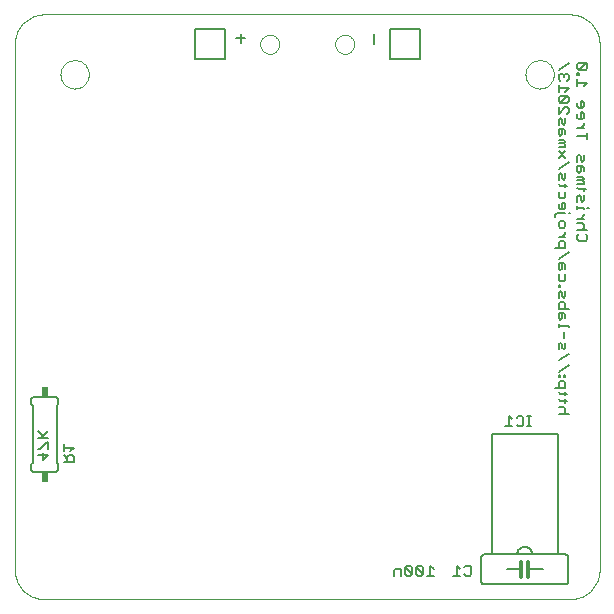
<source format=gbo>
G75*
G70*
%OFA0B0*%
%FSLAX24Y24*%
%IPPOS*%
%LPD*%
%AMOC8*
5,1,8,0,0,1.08239X$1,22.5*
%
%ADD10C,0.0000*%
%ADD11C,0.0060*%
%ADD12R,0.0240X0.0340*%
%ADD13C,0.0120*%
%ADD14C,0.0080*%
D10*
X000655Y001655D02*
X000655Y019155D01*
X000657Y019215D01*
X000662Y019276D01*
X000671Y019335D01*
X000684Y019394D01*
X000700Y019453D01*
X000720Y019510D01*
X000743Y019565D01*
X000770Y019620D01*
X000799Y019672D01*
X000832Y019723D01*
X000868Y019772D01*
X000906Y019818D01*
X000948Y019862D01*
X000992Y019904D01*
X001038Y019942D01*
X001087Y019978D01*
X001138Y020011D01*
X001190Y020040D01*
X001245Y020067D01*
X001300Y020090D01*
X001357Y020110D01*
X001416Y020126D01*
X001475Y020139D01*
X001534Y020148D01*
X001595Y020153D01*
X001655Y020155D01*
X019155Y020155D01*
X019215Y020153D01*
X019276Y020148D01*
X019335Y020139D01*
X019394Y020126D01*
X019453Y020110D01*
X019510Y020090D01*
X019565Y020067D01*
X019620Y020040D01*
X019672Y020011D01*
X019723Y019978D01*
X019772Y019942D01*
X019818Y019904D01*
X019862Y019862D01*
X019904Y019818D01*
X019942Y019772D01*
X019978Y019723D01*
X020011Y019672D01*
X020040Y019620D01*
X020067Y019565D01*
X020090Y019510D01*
X020110Y019453D01*
X020126Y019394D01*
X020139Y019335D01*
X020148Y019276D01*
X020153Y019215D01*
X020155Y019155D01*
X020155Y001655D01*
X020153Y001595D01*
X020148Y001534D01*
X020139Y001475D01*
X020126Y001416D01*
X020110Y001357D01*
X020090Y001300D01*
X020067Y001245D01*
X020040Y001190D01*
X020011Y001138D01*
X019978Y001087D01*
X019942Y001038D01*
X019904Y000992D01*
X019862Y000948D01*
X019818Y000906D01*
X019772Y000868D01*
X019723Y000832D01*
X019672Y000799D01*
X019620Y000770D01*
X019565Y000743D01*
X019510Y000720D01*
X019453Y000700D01*
X019394Y000684D01*
X019335Y000671D01*
X019276Y000662D01*
X019215Y000657D01*
X019155Y000655D01*
X001655Y000655D01*
X001595Y000657D01*
X001534Y000662D01*
X001475Y000671D01*
X001416Y000684D01*
X001357Y000700D01*
X001300Y000720D01*
X001245Y000743D01*
X001190Y000770D01*
X001138Y000799D01*
X001087Y000832D01*
X001038Y000868D01*
X000992Y000906D01*
X000948Y000948D01*
X000906Y000992D01*
X000868Y001038D01*
X000832Y001087D01*
X000799Y001138D01*
X000770Y001190D01*
X000743Y001245D01*
X000720Y001300D01*
X000700Y001357D01*
X000684Y001416D01*
X000671Y001475D01*
X000662Y001534D01*
X000657Y001595D01*
X000655Y001655D01*
X002183Y018155D02*
X002185Y018198D01*
X002191Y018240D01*
X002201Y018282D01*
X002214Y018323D01*
X002231Y018363D01*
X002252Y018400D01*
X002276Y018436D01*
X002303Y018469D01*
X002333Y018500D01*
X002366Y018528D01*
X002401Y018553D01*
X002438Y018574D01*
X002477Y018592D01*
X002517Y018606D01*
X002559Y018617D01*
X002601Y018624D01*
X002644Y018627D01*
X002687Y018626D01*
X002730Y018621D01*
X002772Y018612D01*
X002813Y018600D01*
X002853Y018584D01*
X002891Y018564D01*
X002927Y018541D01*
X002961Y018514D01*
X002993Y018485D01*
X003021Y018453D01*
X003047Y018418D01*
X003069Y018382D01*
X003088Y018343D01*
X003103Y018303D01*
X003115Y018262D01*
X003123Y018219D01*
X003127Y018176D01*
X003127Y018134D01*
X003123Y018091D01*
X003115Y018048D01*
X003103Y018007D01*
X003088Y017967D01*
X003069Y017928D01*
X003047Y017892D01*
X003021Y017857D01*
X002993Y017825D01*
X002961Y017796D01*
X002927Y017769D01*
X002891Y017746D01*
X002853Y017726D01*
X002813Y017710D01*
X002772Y017698D01*
X002730Y017689D01*
X002687Y017684D01*
X002644Y017683D01*
X002601Y017686D01*
X002559Y017693D01*
X002517Y017704D01*
X002477Y017718D01*
X002438Y017736D01*
X002401Y017757D01*
X002366Y017782D01*
X002333Y017810D01*
X002303Y017841D01*
X002276Y017874D01*
X002252Y017910D01*
X002231Y017947D01*
X002214Y017987D01*
X002201Y018028D01*
X002191Y018070D01*
X002185Y018112D01*
X002183Y018155D01*
X008840Y019155D02*
X008842Y019190D01*
X008848Y019225D01*
X008858Y019259D01*
X008871Y019292D01*
X008888Y019323D01*
X008909Y019351D01*
X008932Y019378D01*
X008959Y019401D01*
X008987Y019422D01*
X009018Y019439D01*
X009051Y019452D01*
X009085Y019462D01*
X009120Y019468D01*
X009155Y019470D01*
X009190Y019468D01*
X009225Y019462D01*
X009259Y019452D01*
X009292Y019439D01*
X009323Y019422D01*
X009351Y019401D01*
X009378Y019378D01*
X009401Y019351D01*
X009422Y019323D01*
X009439Y019292D01*
X009452Y019259D01*
X009462Y019225D01*
X009468Y019190D01*
X009470Y019155D01*
X009468Y019120D01*
X009462Y019085D01*
X009452Y019051D01*
X009439Y019018D01*
X009422Y018987D01*
X009401Y018959D01*
X009378Y018932D01*
X009351Y018909D01*
X009323Y018888D01*
X009292Y018871D01*
X009259Y018858D01*
X009225Y018848D01*
X009190Y018842D01*
X009155Y018840D01*
X009120Y018842D01*
X009085Y018848D01*
X009051Y018858D01*
X009018Y018871D01*
X008987Y018888D01*
X008959Y018909D01*
X008932Y018932D01*
X008909Y018959D01*
X008888Y018987D01*
X008871Y019018D01*
X008858Y019051D01*
X008848Y019085D01*
X008842Y019120D01*
X008840Y019155D01*
X011340Y019155D02*
X011342Y019190D01*
X011348Y019225D01*
X011358Y019259D01*
X011371Y019292D01*
X011388Y019323D01*
X011409Y019351D01*
X011432Y019378D01*
X011459Y019401D01*
X011487Y019422D01*
X011518Y019439D01*
X011551Y019452D01*
X011585Y019462D01*
X011620Y019468D01*
X011655Y019470D01*
X011690Y019468D01*
X011725Y019462D01*
X011759Y019452D01*
X011792Y019439D01*
X011823Y019422D01*
X011851Y019401D01*
X011878Y019378D01*
X011901Y019351D01*
X011922Y019323D01*
X011939Y019292D01*
X011952Y019259D01*
X011962Y019225D01*
X011968Y019190D01*
X011970Y019155D01*
X011968Y019120D01*
X011962Y019085D01*
X011952Y019051D01*
X011939Y019018D01*
X011922Y018987D01*
X011901Y018959D01*
X011878Y018932D01*
X011851Y018909D01*
X011823Y018888D01*
X011792Y018871D01*
X011759Y018858D01*
X011725Y018848D01*
X011690Y018842D01*
X011655Y018840D01*
X011620Y018842D01*
X011585Y018848D01*
X011551Y018858D01*
X011518Y018871D01*
X011487Y018888D01*
X011459Y018909D01*
X011432Y018932D01*
X011409Y018959D01*
X011388Y018987D01*
X011371Y019018D01*
X011358Y019051D01*
X011348Y019085D01*
X011342Y019120D01*
X011340Y019155D01*
X017683Y018155D02*
X017685Y018198D01*
X017691Y018240D01*
X017701Y018282D01*
X017714Y018323D01*
X017731Y018363D01*
X017752Y018400D01*
X017776Y018436D01*
X017803Y018469D01*
X017833Y018500D01*
X017866Y018528D01*
X017901Y018553D01*
X017938Y018574D01*
X017977Y018592D01*
X018017Y018606D01*
X018059Y018617D01*
X018101Y018624D01*
X018144Y018627D01*
X018187Y018626D01*
X018230Y018621D01*
X018272Y018612D01*
X018313Y018600D01*
X018353Y018584D01*
X018391Y018564D01*
X018427Y018541D01*
X018461Y018514D01*
X018493Y018485D01*
X018521Y018453D01*
X018547Y018418D01*
X018569Y018382D01*
X018588Y018343D01*
X018603Y018303D01*
X018615Y018262D01*
X018623Y018219D01*
X018627Y018176D01*
X018627Y018134D01*
X018623Y018091D01*
X018615Y018048D01*
X018603Y018007D01*
X018588Y017967D01*
X018569Y017928D01*
X018547Y017892D01*
X018521Y017857D01*
X018493Y017825D01*
X018461Y017796D01*
X018427Y017769D01*
X018391Y017746D01*
X018353Y017726D01*
X018313Y017710D01*
X018272Y017698D01*
X018230Y017689D01*
X018187Y017684D01*
X018144Y017683D01*
X018101Y017686D01*
X018059Y017693D01*
X018017Y017704D01*
X017977Y017718D01*
X017938Y017736D01*
X017901Y017757D01*
X017866Y017782D01*
X017833Y017810D01*
X017803Y017841D01*
X017776Y017874D01*
X017752Y017910D01*
X017731Y017947D01*
X017714Y017987D01*
X017701Y018028D01*
X017691Y018070D01*
X017685Y018112D01*
X017683Y018155D01*
D11*
X018785Y018118D02*
X018785Y018005D01*
X018842Y017948D01*
X018785Y017807D02*
X018785Y017580D01*
X018785Y017693D02*
X019125Y017693D01*
X019012Y017580D01*
X019069Y017438D02*
X018842Y017438D01*
X018785Y017382D01*
X018785Y017268D01*
X018842Y017211D01*
X019069Y017438D01*
X019125Y017382D01*
X019125Y017268D01*
X019069Y017211D01*
X018842Y017211D01*
X018785Y017070D02*
X018785Y016843D01*
X019012Y017070D01*
X019069Y017070D01*
X019125Y017013D01*
X019125Y016900D01*
X019069Y016843D01*
X019012Y016702D02*
X019012Y016532D01*
X018955Y016475D01*
X018899Y016532D01*
X018899Y016645D01*
X018842Y016702D01*
X018785Y016645D01*
X018785Y016475D01*
X018785Y016333D02*
X018785Y016163D01*
X018842Y016107D01*
X018899Y016163D01*
X018899Y016333D01*
X018955Y016333D02*
X018785Y016333D01*
X018955Y016333D02*
X019012Y016277D01*
X019012Y016163D01*
X018955Y015965D02*
X018785Y015965D01*
X018785Y015852D02*
X018955Y015852D01*
X019012Y015908D01*
X018955Y015965D01*
X018955Y015852D02*
X019012Y015795D01*
X019012Y015738D01*
X018785Y015738D01*
X018785Y015597D02*
X019012Y015370D01*
X019125Y015228D02*
X018785Y015002D01*
X018842Y014860D02*
X018899Y014803D01*
X018899Y014690D01*
X018955Y014633D01*
X019012Y014690D01*
X019012Y014860D01*
X018842Y014860D02*
X018785Y014803D01*
X018785Y014633D01*
X018785Y014501D02*
X018842Y014444D01*
X019069Y014444D01*
X019012Y014388D02*
X019012Y014501D01*
X019012Y014246D02*
X019012Y014076D01*
X018955Y014019D01*
X018842Y014019D01*
X018785Y014076D01*
X018785Y014246D01*
X018899Y013878D02*
X018899Y013651D01*
X018955Y013651D02*
X018842Y013651D01*
X018785Y013708D01*
X018785Y013821D01*
X018899Y013878D02*
X018955Y013878D01*
X019012Y013821D01*
X019012Y013708D01*
X018955Y013651D01*
X019012Y013519D02*
X018728Y013519D01*
X018672Y013462D01*
X018672Y013406D01*
X018842Y013264D02*
X018955Y013264D01*
X019012Y013207D01*
X019012Y013094D01*
X018955Y013037D01*
X018842Y013037D01*
X018785Y013094D01*
X018785Y013207D01*
X018842Y013264D01*
X019125Y013519D02*
X019182Y013519D01*
X019410Y013651D02*
X019410Y013765D01*
X019410Y013708D02*
X019637Y013708D01*
X019637Y013651D01*
X019750Y013708D02*
X019807Y013708D01*
X019637Y013515D02*
X019637Y013458D01*
X019524Y013345D01*
X019637Y013345D02*
X019410Y013345D01*
X019410Y013203D02*
X019580Y013203D01*
X019637Y013146D01*
X019637Y013033D01*
X019580Y012976D01*
X019750Y012976D02*
X019410Y012976D01*
X019467Y012835D02*
X019410Y012778D01*
X019410Y012665D01*
X019467Y012608D01*
X019694Y012608D01*
X019750Y012665D01*
X019750Y012778D01*
X019694Y012835D01*
X019012Y012844D02*
X019012Y012901D01*
X019012Y012844D02*
X018899Y012730D01*
X019012Y012730D02*
X018785Y012730D01*
X018842Y012589D02*
X018785Y012532D01*
X018785Y012362D01*
X018672Y012362D02*
X019012Y012362D01*
X019012Y012532D01*
X018955Y012589D01*
X018842Y012589D01*
X019125Y012221D02*
X018785Y011994D01*
X018785Y011852D02*
X018785Y011682D01*
X018842Y011626D01*
X018899Y011682D01*
X018899Y011852D01*
X018955Y011852D02*
X018785Y011852D01*
X018955Y011852D02*
X019012Y011796D01*
X019012Y011682D01*
X019012Y011484D02*
X019012Y011314D01*
X018955Y011257D01*
X018842Y011257D01*
X018785Y011314D01*
X018785Y011484D01*
X018785Y011130D02*
X018785Y011073D01*
X018842Y011073D01*
X018842Y011130D01*
X018785Y011130D01*
X018842Y010932D02*
X018899Y010875D01*
X018899Y010761D01*
X018955Y010705D01*
X019012Y010761D01*
X019012Y010932D01*
X018842Y010932D02*
X018785Y010875D01*
X018785Y010705D01*
X018842Y010563D02*
X018955Y010563D01*
X019012Y010507D01*
X019012Y010336D01*
X019125Y010336D02*
X018785Y010336D01*
X018785Y010507D01*
X018842Y010563D01*
X018899Y010195D02*
X018899Y010025D01*
X018842Y009968D01*
X018785Y010025D01*
X018785Y010195D01*
X018955Y010195D01*
X019012Y010138D01*
X019012Y010025D01*
X018785Y009836D02*
X018785Y009723D01*
X018785Y009779D02*
X019125Y009779D01*
X019125Y009723D01*
X018955Y009581D02*
X018955Y009354D01*
X019012Y009213D02*
X019012Y009043D01*
X018955Y008986D01*
X018899Y009043D01*
X018899Y009156D01*
X018842Y009213D01*
X018785Y009156D01*
X018785Y008986D01*
X018785Y008618D02*
X019125Y008845D01*
X019125Y008476D02*
X018785Y008249D01*
X018785Y008122D02*
X018785Y008065D01*
X018842Y008065D01*
X018842Y008122D01*
X018785Y008122D01*
X018955Y008122D02*
X018955Y008065D01*
X019012Y008065D01*
X019012Y008122D01*
X018955Y008122D01*
X018955Y007924D02*
X018842Y007924D01*
X018785Y007867D01*
X018785Y007697D01*
X018672Y007697D02*
X019012Y007697D01*
X019012Y007867D01*
X018955Y007924D01*
X019012Y007565D02*
X019012Y007451D01*
X019069Y007508D02*
X018842Y007508D01*
X018785Y007565D01*
X018785Y007319D02*
X018842Y007263D01*
X019069Y007263D01*
X019012Y007319D02*
X019012Y007206D01*
X018955Y007065D02*
X018785Y007065D01*
X018955Y007065D02*
X019012Y007008D01*
X019012Y006894D01*
X018955Y006838D01*
X019125Y006838D02*
X018785Y006838D01*
X018755Y006155D02*
X018755Y002155D01*
X017905Y002155D01*
X017903Y002185D01*
X017898Y002215D01*
X017889Y002244D01*
X017876Y002271D01*
X017861Y002297D01*
X017842Y002321D01*
X017821Y002342D01*
X017797Y002361D01*
X017771Y002376D01*
X017744Y002389D01*
X017715Y002398D01*
X017685Y002403D01*
X017655Y002405D01*
X017625Y002403D01*
X017595Y002398D01*
X017566Y002389D01*
X017539Y002376D01*
X017513Y002361D01*
X017489Y002342D01*
X017468Y002321D01*
X017449Y002297D01*
X017434Y002271D01*
X017421Y002244D01*
X017412Y002215D01*
X017407Y002185D01*
X017405Y002155D01*
X016555Y002155D01*
X016555Y006155D01*
X018755Y006155D01*
X017857Y006425D02*
X017744Y006425D01*
X017801Y006425D02*
X017801Y006765D01*
X017857Y006765D02*
X017744Y006765D01*
X017612Y006709D02*
X017612Y006482D01*
X017555Y006425D01*
X017442Y006425D01*
X017385Y006482D01*
X017243Y006425D02*
X017017Y006425D01*
X017130Y006425D02*
X017130Y006765D01*
X017243Y006652D01*
X017385Y006709D02*
X017442Y006765D01*
X017555Y006765D01*
X017612Y006709D01*
X016305Y002155D02*
X019005Y002155D01*
X019022Y002153D01*
X019039Y002149D01*
X019055Y002142D01*
X019069Y002132D01*
X019082Y002119D01*
X019092Y002105D01*
X019099Y002089D01*
X019103Y002072D01*
X019105Y002055D01*
X019105Y001255D01*
X019103Y001238D01*
X019099Y001221D01*
X019092Y001205D01*
X019082Y001191D01*
X019069Y001178D01*
X019055Y001168D01*
X019039Y001161D01*
X019022Y001157D01*
X019005Y001155D01*
X016305Y001155D01*
X016288Y001157D01*
X016271Y001161D01*
X016255Y001168D01*
X016241Y001178D01*
X016228Y001191D01*
X016218Y001205D01*
X016211Y001221D01*
X016207Y001238D01*
X016205Y001255D01*
X016205Y002055D01*
X016207Y002072D01*
X016211Y002089D01*
X016218Y002105D01*
X016228Y002119D01*
X016241Y002132D01*
X016255Y002142D01*
X016271Y002149D01*
X016288Y002153D01*
X016305Y002155D01*
X015875Y001719D02*
X015875Y001492D01*
X015818Y001435D01*
X015705Y001435D01*
X015648Y001492D01*
X015507Y001435D02*
X015280Y001435D01*
X015393Y001435D02*
X015393Y001775D01*
X015507Y001662D01*
X015648Y001719D02*
X015705Y001775D01*
X015818Y001775D01*
X015875Y001719D01*
X017055Y001655D02*
X017525Y001655D01*
X017775Y001655D02*
X018255Y001655D01*
X014625Y001662D02*
X014512Y001775D01*
X014512Y001435D01*
X014625Y001435D02*
X014398Y001435D01*
X014257Y001492D02*
X014030Y001719D01*
X014030Y001492D01*
X014087Y001435D01*
X014200Y001435D01*
X014257Y001492D01*
X014257Y001719D01*
X014200Y001775D01*
X014087Y001775D01*
X014030Y001719D01*
X013889Y001719D02*
X013889Y001492D01*
X013662Y001719D01*
X013662Y001492D01*
X013718Y001435D01*
X013832Y001435D01*
X013889Y001492D01*
X013889Y001719D02*
X013832Y001775D01*
X013718Y001775D01*
X013662Y001719D01*
X013520Y001662D02*
X013350Y001662D01*
X013293Y001605D01*
X013293Y001435D01*
X013520Y001435D02*
X013520Y001662D01*
X002625Y005235D02*
X002625Y005405D01*
X002569Y005462D01*
X002455Y005462D01*
X002399Y005405D01*
X002399Y005235D01*
X002399Y005349D02*
X002285Y005462D01*
X002285Y005603D02*
X002285Y005830D01*
X002285Y005717D02*
X002625Y005717D01*
X002512Y005603D01*
X002625Y005235D02*
X002285Y005235D01*
X002105Y005155D02*
X002055Y005205D01*
X002055Y007105D01*
X002105Y007155D01*
X002105Y007305D01*
X002103Y007322D01*
X002099Y007339D01*
X002092Y007355D01*
X002082Y007369D01*
X002069Y007382D01*
X002055Y007392D01*
X002039Y007399D01*
X002022Y007403D01*
X002005Y007405D01*
X001305Y007405D01*
X001288Y007403D01*
X001271Y007399D01*
X001255Y007392D01*
X001241Y007382D01*
X001228Y007369D01*
X001218Y007355D01*
X001211Y007339D01*
X001207Y007322D01*
X001205Y007305D01*
X001205Y007155D01*
X001255Y007105D01*
X001255Y005205D01*
X001205Y005155D01*
X001205Y005005D01*
X001207Y004988D01*
X001211Y004971D01*
X001218Y004955D01*
X001228Y004941D01*
X001241Y004928D01*
X001255Y004918D01*
X001271Y004911D01*
X001288Y004907D01*
X001305Y004905D01*
X002005Y004905D01*
X002022Y004907D01*
X002039Y004911D01*
X002055Y004918D01*
X002069Y004928D01*
X002082Y004941D01*
X002092Y004955D01*
X002099Y004971D01*
X002103Y004988D01*
X002105Y005005D01*
X002105Y005155D01*
X001775Y005465D02*
X001605Y005295D01*
X001605Y005522D01*
X001435Y005465D02*
X001775Y005465D01*
X001775Y005663D02*
X001775Y005890D01*
X001719Y005890D01*
X001492Y005663D01*
X001435Y005663D01*
X001435Y006032D02*
X001775Y006032D01*
X001605Y006088D02*
X001435Y006259D01*
X001549Y006032D02*
X001775Y006259D01*
X018785Y015370D02*
X019012Y015597D01*
X019410Y015418D02*
X019410Y015247D01*
X019524Y015304D02*
X019580Y015247D01*
X019637Y015304D01*
X019637Y015474D01*
X019524Y015418D02*
X019524Y015304D01*
X019524Y015418D02*
X019467Y015474D01*
X019410Y015418D01*
X019410Y015106D02*
X019410Y014936D01*
X019467Y014879D01*
X019524Y014936D01*
X019524Y015106D01*
X019580Y015106D02*
X019410Y015106D01*
X019580Y015106D02*
X019637Y015049D01*
X019637Y014936D01*
X019580Y014738D02*
X019410Y014738D01*
X019410Y014624D02*
X019580Y014624D01*
X019637Y014681D01*
X019580Y014738D01*
X019580Y014624D02*
X019637Y014567D01*
X019637Y014511D01*
X019410Y014511D01*
X019410Y014379D02*
X019467Y014322D01*
X019694Y014322D01*
X019637Y014265D02*
X019637Y014379D01*
X019637Y014124D02*
X019637Y013954D01*
X019580Y013897D01*
X019524Y013954D01*
X019524Y014067D01*
X019467Y014124D01*
X019410Y014067D01*
X019410Y013897D01*
X019750Y015984D02*
X019750Y016211D01*
X019750Y016097D02*
X019410Y016097D01*
X019410Y016352D02*
X019637Y016352D01*
X019524Y016352D02*
X019637Y016466D01*
X019637Y016522D01*
X019580Y016659D02*
X019467Y016659D01*
X019410Y016716D01*
X019410Y016829D01*
X019524Y016886D02*
X019524Y016659D01*
X019580Y016659D02*
X019637Y016716D01*
X019637Y016829D01*
X019580Y016886D01*
X019524Y016886D01*
X019524Y017028D02*
X019524Y017254D01*
X019580Y017254D01*
X019637Y017198D01*
X019637Y017084D01*
X019580Y017028D01*
X019467Y017028D01*
X019410Y017084D01*
X019410Y017198D01*
X019410Y017764D02*
X019410Y017991D01*
X019410Y017878D02*
X019750Y017878D01*
X019637Y017764D01*
X019467Y018132D02*
X019467Y018189D01*
X019410Y018189D01*
X019410Y018132D01*
X019467Y018132D01*
X019467Y018317D02*
X019694Y018543D01*
X019467Y018543D01*
X019410Y018487D01*
X019410Y018373D01*
X019467Y018317D01*
X019694Y018317D01*
X019750Y018373D01*
X019750Y018487D01*
X019694Y018543D01*
X019125Y018543D02*
X018785Y018316D01*
X018842Y018175D02*
X018785Y018118D01*
X018842Y018175D02*
X018899Y018175D01*
X018955Y018118D01*
X018955Y018061D01*
X018955Y018118D02*
X019012Y018175D01*
X019069Y018175D01*
X019125Y018118D01*
X019125Y018005D01*
X019069Y017948D01*
D12*
X001655Y007575D03*
X001655Y004735D03*
D13*
X017525Y001905D02*
X017525Y001655D01*
X017525Y001405D01*
X017775Y001405D02*
X017775Y001655D01*
X017775Y001905D01*
D14*
X014155Y018655D02*
X013155Y018655D01*
X013155Y019655D01*
X014155Y019655D01*
X014155Y018655D01*
X012625Y019179D02*
X012625Y019500D01*
X008345Y019355D02*
X008025Y019355D01*
X008185Y019195D02*
X008185Y019515D01*
X007655Y019655D02*
X007655Y018655D01*
X006655Y018655D01*
X006655Y019655D01*
X007655Y019655D01*
M02*

</source>
